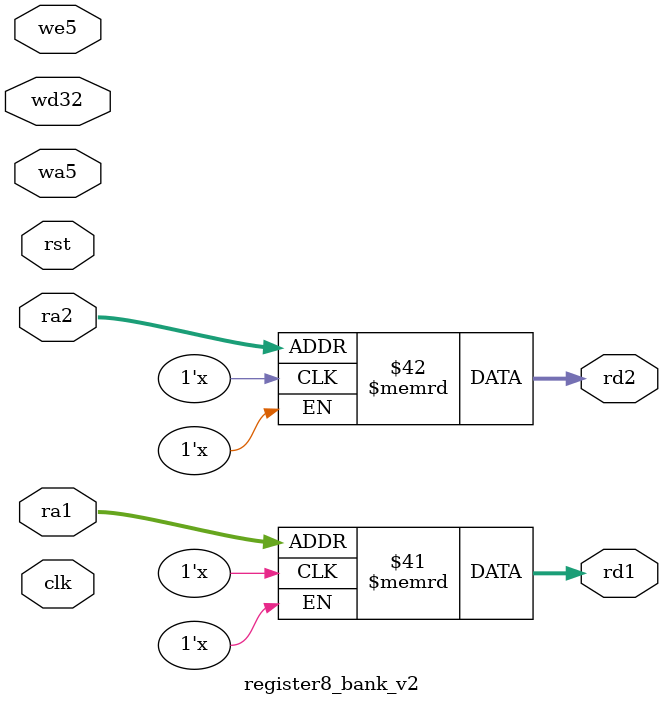
<source format=sv>
/* verilator lint_off DECLFILENAME */
/* verilator lint_off SYNCASYNCNET */

module register8_bank_v2(
    input logic clk, rst, we5,
    input logic [2:0] wa5,
    input logic [2:0] ra1, ra2,
    input logic [7:0] wd32,
    output logic [7:0] rd1, rd2
);

logic [7:0] X_in_word [7:0];  // Eight 8-bit arrays
logic [7:0] X_out_word [7:0]; // Eight 8-bit arrays

// Generate block to instantiate 8 register8 modules
genvar i;
generate
    for (i = 0; i < 8; i = i + 1) begin : gen_registers
        register8 X (
            .clk(clk),
            .reset(rst),
            .in_word(X_in_word[i]),
            .out_word(X_out_word[i])
        );
    end
endgenerate

always_ff @(posedge clk) begin
    if (~rst) begin
        int ind;
        for (ind = 0; ind < 8; ind = ind + 1) begin
            X_in_word[ind] <= 8'b0;
        end
    end else if (we5) begin
        X_in_word[wa5] <= wd32;
    end
end

assign rd1 = X_out_word[ra1];
assign rd2 = X_out_word[ra2];

endmodule

</source>
